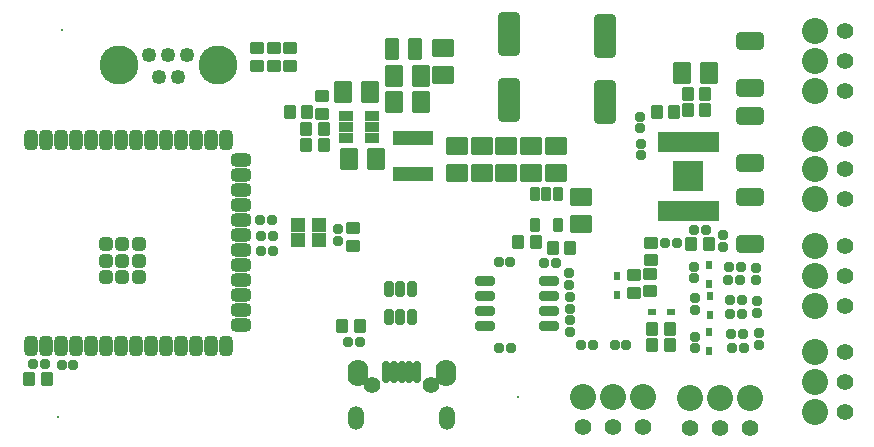
<source format=gbr>
%TF.GenerationSoftware,Altium Limited,Altium Designer,25.4.2 (15)*%
G04 Layer_Color=8388736*
%FSLAX45Y45*%
%MOMM*%
%TF.SameCoordinates,9A986A7D-484F-4AC0-AE4B-942BB78B8B2C*%
%TF.FilePolarity,Negative*%
%TF.FileFunction,Soldermask,Top*%
%TF.Part,Single*%
G01*
G75*
%TA.AperFunction,ConnectorPad*%
G04:AMPARAMS|DCode=53|XSize=0.69mm|YSize=1.84mm|CornerRadius=0.17625mm|HoleSize=0mm|Usage=FLASHONLY|Rotation=0.000|XOffset=0mm|YOffset=0mm|HoleType=Round|Shape=RoundedRectangle|*
%AMROUNDEDRECTD53*
21,1,0.69000,1.48750,0,0,0.0*
21,1,0.33750,1.84000,0,0,0.0*
1,1,0.35250,0.16875,-0.74375*
1,1,0.35250,-0.16875,-0.74375*
1,1,0.35250,-0.16875,0.74375*
1,1,0.35250,0.16875,0.74375*
%
%ADD53ROUNDEDRECTD53*%
%TA.AperFunction,SMDPad,CuDef*%
G04:AMPARAMS|DCode=54|XSize=0.8032mm|YSize=0.9032mm|CornerRadius=0.1766mm|HoleSize=0mm|Usage=FLASHONLY|Rotation=90.000|XOffset=0mm|YOffset=0mm|HoleType=Round|Shape=RoundedRectangle|*
%AMROUNDEDRECTD54*
21,1,0.80320,0.55000,0,0,90.0*
21,1,0.45000,0.90320,0,0,90.0*
1,1,0.35320,0.27500,0.22500*
1,1,0.35320,0.27500,-0.22500*
1,1,0.35320,-0.27500,-0.22500*
1,1,0.35320,-0.27500,0.22500*
%
%ADD54ROUNDEDRECTD54*%
G04:AMPARAMS|DCode=55|XSize=1.1032mm|YSize=1.1032mm|CornerRadius=0.2141mm|HoleSize=0mm|Usage=FLASHONLY|Rotation=90.000|XOffset=0mm|YOffset=0mm|HoleType=Round|Shape=RoundedRectangle|*
%AMROUNDEDRECTD55*
21,1,1.10320,0.67500,0,0,90.0*
21,1,0.67500,1.10320,0,0,90.0*
1,1,0.42820,0.33750,0.33750*
1,1,0.42820,0.33750,-0.33750*
1,1,0.42820,-0.33750,-0.33750*
1,1,0.42820,-0.33750,0.33750*
%
%ADD55ROUNDEDRECTD55*%
%TA.AperFunction,ConnectorPad*%
G04:AMPARAMS|DCode=56|XSize=1.7032mm|YSize=1.1032mm|CornerRadius=0.3266mm|HoleSize=0mm|Usage=FLASHONLY|Rotation=90.000|XOffset=0mm|YOffset=0mm|HoleType=Round|Shape=RoundedRectangle|*
%AMROUNDEDRECTD56*
21,1,1.70320,0.45000,0,0,90.0*
21,1,1.05000,1.10320,0,0,90.0*
1,1,0.65320,0.22500,0.52500*
1,1,0.65320,0.22500,-0.52500*
1,1,0.65320,-0.22500,-0.52500*
1,1,0.65320,-0.22500,0.52500*
%
%ADD56ROUNDEDRECTD56*%
G04:AMPARAMS|DCode=57|XSize=1.7032mm|YSize=1.1032mm|CornerRadius=0.3266mm|HoleSize=0mm|Usage=FLASHONLY|Rotation=180.000|XOffset=0mm|YOffset=0mm|HoleType=Round|Shape=RoundedRectangle|*
%AMROUNDEDRECTD57*
21,1,1.70320,0.45000,0,0,180.0*
21,1,1.05000,1.10320,0,0,180.0*
1,1,0.65320,-0.52500,0.22500*
1,1,0.65320,0.52500,0.22500*
1,1,0.65320,0.52500,-0.22500*
1,1,0.65320,-0.52500,-0.22500*
%
%ADD57ROUNDEDRECTD57*%
G04:AMPARAMS|DCode=58|XSize=1.8032mm|YSize=3.7032mm|CornerRadius=0.3016mm|HoleSize=0mm|Usage=FLASHONLY|Rotation=0.000|XOffset=0mm|YOffset=0mm|HoleType=Round|Shape=RoundedRectangle|*
%AMROUNDEDRECTD58*
21,1,1.80320,3.10000,0,0,0.0*
21,1,1.20000,3.70320,0,0,0.0*
1,1,0.60320,0.60000,-1.55000*
1,1,0.60320,-0.60000,-1.55000*
1,1,0.60320,-0.60000,1.55000*
1,1,0.60320,0.60000,1.55000*
%
%ADD58ROUNDEDRECTD58*%
%TA.AperFunction,SMDPad,CuDef*%
G04:AMPARAMS|DCode=59|XSize=0.8032mm|YSize=1.6532mm|CornerRadius=0.1766mm|HoleSize=0mm|Usage=FLASHONLY|Rotation=90.000|XOffset=0mm|YOffset=0mm|HoleType=Round|Shape=RoundedRectangle|*
%AMROUNDEDRECTD59*
21,1,0.80320,1.30000,0,0,90.0*
21,1,0.45000,1.65320,0,0,90.0*
1,1,0.35320,0.65000,0.22500*
1,1,0.35320,0.65000,-0.22500*
1,1,0.35320,-0.65000,-0.22500*
1,1,0.35320,-0.65000,0.22500*
%
%ADD59ROUNDEDRECTD59*%
G04:AMPARAMS|DCode=60|XSize=1.0032mm|YSize=1.2032mm|CornerRadius=0.2016mm|HoleSize=0mm|Usage=FLASHONLY|Rotation=270.000|XOffset=0mm|YOffset=0mm|HoleType=Round|Shape=RoundedRectangle|*
%AMROUNDEDRECTD60*
21,1,1.00320,0.80000,0,0,270.0*
21,1,0.60000,1.20320,0,0,270.0*
1,1,0.40320,-0.40000,-0.30000*
1,1,0.40320,-0.40000,0.30000*
1,1,0.40320,0.40000,0.30000*
1,1,0.40320,0.40000,-0.30000*
%
%ADD60ROUNDEDRECTD60*%
G04:AMPARAMS|DCode=61|XSize=1.6032mm|YSize=1.9032mm|CornerRadius=0.2766mm|HoleSize=0mm|Usage=FLASHONLY|Rotation=270.000|XOffset=0mm|YOffset=0mm|HoleType=Round|Shape=RoundedRectangle|*
%AMROUNDEDRECTD61*
21,1,1.60320,1.35000,0,0,270.0*
21,1,1.05000,1.90320,0,0,270.0*
1,1,0.55320,-0.67500,-0.52500*
1,1,0.55320,-0.67500,0.52500*
1,1,0.55320,0.67500,0.52500*
1,1,0.55320,0.67500,-0.52500*
%
%ADD61ROUNDEDRECTD61*%
G04:AMPARAMS|DCode=62|XSize=1.6032mm|YSize=1.9032mm|CornerRadius=0.2766mm|HoleSize=0mm|Usage=FLASHONLY|Rotation=180.000|XOffset=0mm|YOffset=0mm|HoleType=Round|Shape=RoundedRectangle|*
%AMROUNDEDRECTD62*
21,1,1.60320,1.35000,0,0,180.0*
21,1,1.05000,1.90320,0,0,180.0*
1,1,0.55320,-0.52500,0.67500*
1,1,0.55320,0.52500,0.67500*
1,1,0.55320,0.52500,-0.67500*
1,1,0.55320,-0.52500,-0.67500*
%
%ADD62ROUNDEDRECTD62*%
G04:AMPARAMS|DCode=63|XSize=1.0032mm|YSize=1.2032mm|CornerRadius=0.2016mm|HoleSize=0mm|Usage=FLASHONLY|Rotation=0.000|XOffset=0mm|YOffset=0mm|HoleType=Round|Shape=RoundedRectangle|*
%AMROUNDEDRECTD63*
21,1,1.00320,0.80000,0,0,0.0*
21,1,0.60000,1.20320,0,0,0.0*
1,1,0.40320,0.30000,-0.40000*
1,1,0.40320,-0.30000,-0.40000*
1,1,0.40320,-0.30000,0.40000*
1,1,0.40320,0.30000,0.40000*
%
%ADD63ROUNDEDRECTD63*%
%ADD64R,1.30000X1.30000*%
G04:AMPARAMS|DCode=65|XSize=0.8032mm|YSize=0.9032mm|CornerRadius=0.1766mm|HoleSize=0mm|Usage=FLASHONLY|Rotation=0.000|XOffset=0mm|YOffset=0mm|HoleType=Round|Shape=RoundedRectangle|*
%AMROUNDEDRECTD65*
21,1,0.80320,0.55000,0,0,0.0*
21,1,0.45000,0.90320,0,0,0.0*
1,1,0.35320,0.22500,-0.27500*
1,1,0.35320,-0.22500,-0.27500*
1,1,0.35320,-0.22500,0.27500*
1,1,0.35320,0.22500,0.27500*
%
%ADD65ROUNDEDRECTD65*%
%ADD66R,0.62320X0.75320*%
%ADD67R,0.75320X0.62320*%
G04:AMPARAMS|DCode=68|XSize=0.8032mm|YSize=1.2532mm|CornerRadius=0.1766mm|HoleSize=0mm|Usage=FLASHONLY|Rotation=0.000|XOffset=0mm|YOffset=0mm|HoleType=Round|Shape=RoundedRectangle|*
%AMROUNDEDRECTD68*
21,1,0.80320,0.90000,0,0,0.0*
21,1,0.45000,1.25320,0,0,0.0*
1,1,0.35320,0.22500,-0.45000*
1,1,0.35320,-0.22500,-0.45000*
1,1,0.35320,-0.22500,0.45000*
1,1,0.35320,0.22500,0.45000*
%
%ADD68ROUNDEDRECTD68*%
G04:AMPARAMS|DCode=69|XSize=1.4732mm|YSize=2.3032mm|CornerRadius=0.26035mm|HoleSize=0mm|Usage=FLASHONLY|Rotation=90.000|XOffset=0mm|YOffset=0mm|HoleType=Round|Shape=RoundedRectangle|*
%AMROUNDEDRECTD69*
21,1,1.47320,1.78250,0,0,90.0*
21,1,0.95250,2.30320,0,0,90.0*
1,1,0.52070,0.89125,0.47625*
1,1,0.52070,0.89125,-0.47625*
1,1,0.52070,-0.89125,-0.47625*
1,1,0.52070,-0.89125,0.47625*
%
%ADD69ROUNDEDRECTD69*%
G04:AMPARAMS|DCode=70|XSize=0.9032mm|YSize=1.2032mm|CornerRadius=0.1891mm|HoleSize=0mm|Usage=FLASHONLY|Rotation=270.000|XOffset=0mm|YOffset=0mm|HoleType=Round|Shape=RoundedRectangle|*
%AMROUNDEDRECTD70*
21,1,0.90320,0.82500,0,0,270.0*
21,1,0.52500,1.20320,0,0,270.0*
1,1,0.37820,-0.41250,-0.26250*
1,1,0.37820,-0.41250,0.26250*
1,1,0.37820,0.41250,0.26250*
1,1,0.37820,0.41250,-0.26250*
%
%ADD70ROUNDEDRECTD70*%
G04:AMPARAMS|DCode=71|XSize=1.2032mm|YSize=1.9032mm|CornerRadius=0.2266mm|HoleSize=0mm|Usage=FLASHONLY|Rotation=180.000|XOffset=0mm|YOffset=0mm|HoleType=Round|Shape=RoundedRectangle|*
%AMROUNDEDRECTD71*
21,1,1.20320,1.45000,0,0,180.0*
21,1,0.75000,1.90320,0,0,180.0*
1,1,0.45320,-0.37500,0.72500*
1,1,0.45320,0.37500,0.72500*
1,1,0.45320,0.37500,-0.72500*
1,1,0.45320,-0.37500,-0.72500*
%
%ADD71ROUNDEDRECTD71*%
%ADD72R,3.50320X1.15320*%
%ADD73R,2.51320X2.66320*%
%ADD74R,0.65320X1.67820*%
G04:AMPARAMS|DCode=75|XSize=0.8032mm|YSize=1.4032mm|CornerRadius=0.1766mm|HoleSize=0mm|Usage=FLASHONLY|Rotation=0.000|XOffset=0mm|YOffset=0mm|HoleType=Round|Shape=RoundedRectangle|*
%AMROUNDEDRECTD75*
21,1,0.80320,1.05000,0,0,0.0*
21,1,0.45000,1.40320,0,0,0.0*
1,1,0.35320,0.22500,-0.52500*
1,1,0.35320,-0.22500,-0.52500*
1,1,0.35320,-0.22500,0.52500*
1,1,0.35320,0.22500,0.52500*
%
%ADD75ROUNDEDRECTD75*%
%TA.AperFunction,ComponentPad*%
%ADD76C,1.40320*%
%ADD77C,2.20320*%
%ADD78C,1.40000*%
%ADD79O,1.35320X2.00320*%
%ADD80O,1.75000X2.30000*%
%ADD81C,3.30320*%
%ADD82C,1.25320*%
%ADD83C,0.20320*%
D53*
X10079971Y5969988D02*
D03*
X10014972D02*
D03*
X9949971D02*
D03*
X9884971D02*
D03*
X9819971D02*
D03*
D54*
X11969972Y8129989D02*
D03*
Y8029989D02*
D03*
X12436620Y6266779D02*
D03*
Y6166779D02*
D03*
X9413500Y7074500D02*
D03*
Y7174500D02*
D03*
X12432300Y6494700D02*
D03*
Y6594700D02*
D03*
X12425900Y6759700D02*
D03*
Y6859700D02*
D03*
X12973599Y6294700D02*
D03*
Y6194700D02*
D03*
X12962201Y6569700D02*
D03*
Y6469700D02*
D03*
X12950800Y6844700D02*
D03*
Y6744700D02*
D03*
X11973079Y7900079D02*
D03*
Y7800079D02*
D03*
X12667500Y7125441D02*
D03*
Y7025441D02*
D03*
X11375800Y6303700D02*
D03*
Y6403700D02*
D03*
X11377100Y6503700D02*
D03*
Y6603700D02*
D03*
X11365300Y6703700D02*
D03*
Y6803700D02*
D03*
D55*
X7726000Y6909600D02*
D03*
Y6769600D02*
D03*
X7446000D02*
D03*
X7586000D02*
D03*
Y6909600D02*
D03*
X7446000D02*
D03*
Y7049600D02*
D03*
X7586000D02*
D03*
X7726000D02*
D03*
D56*
X7576500Y6184600D02*
D03*
X7449500D02*
D03*
X6941500D02*
D03*
X6814500D02*
D03*
X7068500D02*
D03*
X7322500D02*
D03*
X7195500D02*
D03*
X8465500D02*
D03*
X8338500D02*
D03*
X8211500D02*
D03*
X8084500D02*
D03*
X7957500D02*
D03*
X7830500D02*
D03*
X7703500D02*
D03*
X8465500Y7934600D02*
D03*
X8338500D02*
D03*
X8211500D02*
D03*
X8084500D02*
D03*
X7957500D02*
D03*
X7830500D02*
D03*
X7703500D02*
D03*
X7576500D02*
D03*
X7449500D02*
D03*
X7322500D02*
D03*
X7195500D02*
D03*
X7068500D02*
D03*
X6941500D02*
D03*
X6814500D02*
D03*
D57*
X8590500Y7377100D02*
D03*
Y6742100D02*
D03*
Y6996100D02*
D03*
Y6869100D02*
D03*
Y6361100D02*
D03*
Y6488100D02*
D03*
Y6615100D02*
D03*
Y7123100D02*
D03*
Y7250100D02*
D03*
Y7504100D02*
D03*
Y7631100D02*
D03*
Y7758100D02*
D03*
D58*
X10863500Y8272300D02*
D03*
Y8832300D02*
D03*
X11669100Y8812300D02*
D03*
Y8252300D02*
D03*
D59*
X11200100Y6354200D02*
D03*
Y6481200D02*
D03*
Y6608200D02*
D03*
Y6735200D02*
D03*
X10655100Y6354200D02*
D03*
Y6481200D02*
D03*
Y6608200D02*
D03*
Y6735200D02*
D03*
D60*
X9276880Y8151900D02*
D03*
Y8301900D02*
D03*
X9538600Y7186800D02*
D03*
Y7036800D02*
D03*
X9006000Y8709200D02*
D03*
Y8559200D02*
D03*
X8729800Y8710800D02*
D03*
Y8560800D02*
D03*
X8866400Y8558500D02*
D03*
Y8708500D02*
D03*
X12065799Y7061400D02*
D03*
Y6911400D02*
D03*
X11918400Y6636400D02*
D03*
Y6786400D02*
D03*
X12056800Y6798700D02*
D03*
Y6648700D02*
D03*
D61*
X10415880Y7879700D02*
D03*
Y7651100D02*
D03*
X10627480Y7879700D02*
D03*
Y7651100D02*
D03*
X10299964Y8485694D02*
D03*
Y8714294D02*
D03*
X11254600Y7648400D02*
D03*
Y7877000D02*
D03*
X11043000Y7648399D02*
D03*
Y7876999D02*
D03*
X10832200Y7648400D02*
D03*
Y7877000D02*
D03*
X11470601Y7223400D02*
D03*
Y7452000D02*
D03*
D62*
X10114306Y8474961D02*
D03*
X9885706D02*
D03*
X10114306Y8249962D02*
D03*
X9885706D02*
D03*
X12320800Y8497700D02*
D03*
X12549400D02*
D03*
X9731600Y7766920D02*
D03*
X9503000D02*
D03*
X9458400Y8334480D02*
D03*
X9687000D02*
D03*
D63*
X12371901Y8182200D02*
D03*
X12521901D02*
D03*
X12371900Y8318800D02*
D03*
X12521900D02*
D03*
X12073701Y6329800D02*
D03*
X12223700D02*
D03*
X12223700Y6191400D02*
D03*
X12073700D02*
D03*
X10938100Y7066400D02*
D03*
X11088100D02*
D03*
X9139200Y8026720D02*
D03*
X9289200D02*
D03*
X9001900Y8169520D02*
D03*
X9151900D02*
D03*
X9293101Y7885280D02*
D03*
X9143101D02*
D03*
X12552700Y7052900D02*
D03*
X12402700D02*
D03*
X12109400Y8169100D02*
D03*
X12259400D02*
D03*
X6796100Y5908900D02*
D03*
X6946100D02*
D03*
X9447640Y6353768D02*
D03*
X9597640D02*
D03*
X11378300Y7015100D02*
D03*
X11228300D02*
D03*
D64*
X9069300Y7088500D02*
D03*
Y7213500D02*
D03*
X9254300D02*
D03*
Y7088500D02*
D03*
D65*
X8853200Y7251900D02*
D03*
X8753200D02*
D03*
X8860500Y7115500D02*
D03*
X8760500D02*
D03*
X8860500Y6994100D02*
D03*
X8760500D02*
D03*
X12817999Y6742000D02*
D03*
X12718000D02*
D03*
X12830299Y6455600D02*
D03*
X12730300D02*
D03*
X12845300Y6169201D02*
D03*
X12745300D02*
D03*
X12739700Y6292200D02*
D03*
X12839700D02*
D03*
X12734727Y6576158D02*
D03*
X12834727D02*
D03*
X12724700Y6860001D02*
D03*
X12824699D02*
D03*
X12427700Y7166300D02*
D03*
X12527700D02*
D03*
X12177900Y7057400D02*
D03*
X12277900D02*
D03*
X6933400Y6035800D02*
D03*
X6833400D02*
D03*
X7171100Y6029100D02*
D03*
X7071100D02*
D03*
X9596786Y6223048D02*
D03*
X9496786D02*
D03*
X11153700Y6889800D02*
D03*
X11253700D02*
D03*
X10871700Y6898200D02*
D03*
X10771700D02*
D03*
X10778700Y6171500D02*
D03*
X10878700D02*
D03*
X11471300Y6191700D02*
D03*
X11571300D02*
D03*
X11853300Y6195900D02*
D03*
X11753300D02*
D03*
D66*
X11773800Y6780100D02*
D03*
Y6620100D02*
D03*
X12557200Y6305400D02*
D03*
Y6145400D02*
D03*
X12560800Y6610400D02*
D03*
Y6450400D02*
D03*
X12554400Y6875400D02*
D03*
Y6715400D02*
D03*
D67*
X12230100Y6478800D02*
D03*
X12070100D02*
D03*
D68*
X11270400Y7477400D02*
D03*
X11175400D02*
D03*
X11080400D02*
D03*
Y7212400D02*
D03*
X11270400D02*
D03*
D69*
X12897099Y8767000D02*
D03*
Y8370000D02*
D03*
X12903200Y7739000D02*
D03*
Y8136000D02*
D03*
Y7450200D02*
D03*
Y7053200D02*
D03*
D70*
X9477580Y8134600D02*
D03*
Y8039600D02*
D03*
Y7944600D02*
D03*
X9697580Y8134600D02*
D03*
Y8039600D02*
D03*
Y7944600D02*
D03*
D71*
X10060000Y8698720D02*
D03*
X9870000D02*
D03*
D72*
X10047300Y7949480D02*
D03*
Y7644480D02*
D03*
D73*
X12379300Y7622700D02*
D03*
D74*
X12151800Y7916500D02*
D03*
X12216800D02*
D03*
X12281800D02*
D03*
X12346800D02*
D03*
X12411800D02*
D03*
X12476800D02*
D03*
X12541800D02*
D03*
X12606800D02*
D03*
Y7328900D02*
D03*
X12541800D02*
D03*
X12476800D02*
D03*
X12411800D02*
D03*
X12346800D02*
D03*
X12281800D02*
D03*
X12216800D02*
D03*
X12151800D02*
D03*
D75*
X9845900Y6670300D02*
D03*
X9940900D02*
D03*
X10035900D02*
D03*
Y6430300D02*
D03*
X9940900D02*
D03*
X9845900D02*
D03*
D76*
X13703700Y7937500D02*
D03*
Y7683500D02*
D03*
Y7429500D02*
D03*
X12389000Y5492300D02*
D03*
X12643000D02*
D03*
X12897000D02*
D03*
X13703700Y6527800D02*
D03*
Y6781800D02*
D03*
Y7035800D02*
D03*
Y5626100D02*
D03*
Y5880100D02*
D03*
Y6134100D02*
D03*
Y8343500D02*
D03*
Y8597500D02*
D03*
Y8851500D02*
D03*
X11487700Y5503000D02*
D03*
X11741700D02*
D03*
X11995700D02*
D03*
D77*
X13449699Y7937500D02*
D03*
Y7683500D02*
D03*
Y7429500D02*
D03*
X12389000Y5746300D02*
D03*
X12643000D02*
D03*
X12897000D02*
D03*
X13449699Y6527800D02*
D03*
Y6781800D02*
D03*
Y7035800D02*
D03*
Y5626100D02*
D03*
Y5880100D02*
D03*
Y6134100D02*
D03*
Y8343500D02*
D03*
Y8597500D02*
D03*
Y8851500D02*
D03*
X11487700Y5757000D02*
D03*
X11741700D02*
D03*
X11995700D02*
D03*
D78*
X10199971Y5854989D02*
D03*
X9699971D02*
D03*
D79*
X10337472Y5579988D02*
D03*
X9562471D02*
D03*
D80*
X10322471Y5959988D02*
D03*
X9577472D02*
D03*
D81*
X7554341Y8564610D02*
D03*
X8394341D02*
D03*
D82*
X7814341Y8654610D02*
D03*
X7894341Y8464610D02*
D03*
X7974341Y8654610D02*
D03*
X8054341Y8464610D02*
D03*
X8134341Y8654610D02*
D03*
D83*
X7072500Y8858500D02*
D03*
X7037500Y5583500D02*
D03*
X10935300Y5758500D02*
D03*
%TF.MD5,d834811765fdce020dacb248946e888d*%
M02*

</source>
